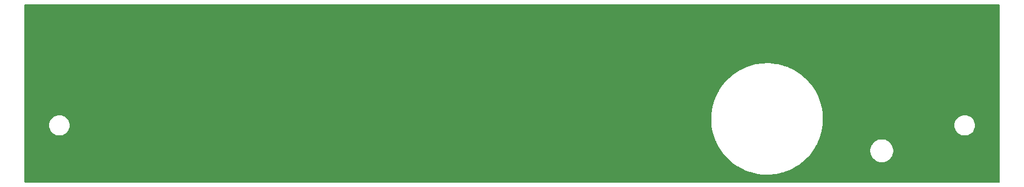
<source format=gbr>
G04 #@! TF.GenerationSoftware,KiCad,Pcbnew,7.0.7-146-g6b43bb8fe3*
G04 #@! TF.CreationDate,2023-10-06T16:17:05+01:00*
G04 #@! TF.ProjectId,A3010PoduleCarrierPlate,41333031-3050-46f6-9475-6c6543617272,01a*
G04 #@! TF.SameCoordinates,Original*
G04 #@! TF.FileFunction,Copper,L1,Top*
G04 #@! TF.FilePolarity,Positive*
%FSLAX46Y46*%
G04 Gerber Fmt 4.6, Leading zero omitted, Abs format (unit mm)*
G04 Created by KiCad (PCBNEW 7.0.7-146-g6b43bb8fe3) date 2023-10-06 16:17:05*
%MOMM*%
%LPD*%
G01*
G04 APERTURE LIST*
G04 APERTURE END LIST*
G04 #@! TA.AperFunction,NonConductor*
G36*
X223977621Y-74575502D02*
G01*
X224024114Y-74629158D01*
X224035500Y-74681500D01*
X224035500Y-102408500D01*
X224015498Y-102476621D01*
X223961842Y-102523114D01*
X223909500Y-102534500D01*
X71182500Y-102534500D01*
X71114379Y-102514498D01*
X71067886Y-102460842D01*
X71056500Y-102408500D01*
X71056500Y-93545000D01*
X74940551Y-93545000D01*
X74960317Y-93796147D01*
X75019126Y-94041109D01*
X75069349Y-94162357D01*
X75115534Y-94273859D01*
X75224742Y-94452070D01*
X75247165Y-94488660D01*
X75247166Y-94488662D01*
X75410775Y-94680224D01*
X75602337Y-94843833D01*
X75602341Y-94843836D01*
X75817141Y-94975466D01*
X76049889Y-95071873D01*
X76294852Y-95130683D01*
X76447155Y-95142669D01*
X76483115Y-95145500D01*
X76483118Y-95145500D01*
X76608885Y-95145500D01*
X76642692Y-95142839D01*
X76797148Y-95130683D01*
X77042111Y-95071873D01*
X77274859Y-94975466D01*
X77489659Y-94843836D01*
X77681224Y-94680224D01*
X77844836Y-94488659D01*
X77976466Y-94273859D01*
X78072873Y-94041111D01*
X78131683Y-93796148D01*
X78151449Y-93545000D01*
X78131683Y-93293852D01*
X78072873Y-93048889D01*
X77976466Y-92816141D01*
X77844836Y-92601341D01*
X77844833Y-92601337D01*
X77681224Y-92409775D01*
X77666412Y-92397124D01*
X178791754Y-92397124D01*
X178801743Y-92988459D01*
X178851629Y-93577769D01*
X178941187Y-94162368D01*
X179014006Y-94488659D01*
X179070006Y-94739587D01*
X179237497Y-95306787D01*
X179442898Y-95861391D01*
X179442899Y-95861391D01*
X179442901Y-95861397D01*
X179468448Y-95918258D01*
X179685275Y-96400867D01*
X179685276Y-96400867D01*
X179685277Y-96400869D01*
X179943589Y-96885367D01*
X179963520Y-96922749D01*
X180276359Y-97424654D01*
X180622367Y-97904291D01*
X180999967Y-98359477D01*
X181206972Y-98577246D01*
X181407433Y-98788131D01*
X181407434Y-98788132D01*
X181629175Y-98991896D01*
X181842911Y-99188303D01*
X182304410Y-99558161D01*
X182789825Y-99896020D01*
X183050521Y-100052462D01*
X183296942Y-100200338D01*
X183296943Y-100200338D01*
X183823445Y-100469726D01*
X184096443Y-100586878D01*
X184366940Y-100702958D01*
X184816511Y-100860877D01*
X184924928Y-100898961D01*
X184924930Y-100898961D01*
X184924940Y-100898965D01*
X185227282Y-100982720D01*
X185494881Y-101056851D01*
X185890558Y-101138165D01*
X186074197Y-101175904D01*
X186074198Y-101175904D01*
X186261876Y-101201418D01*
X186660221Y-101255573D01*
X187250291Y-101295500D01*
X187250294Y-101295500D01*
X187693807Y-101295500D01*
X188137087Y-101280520D01*
X188536717Y-101239881D01*
X188725466Y-101220688D01*
X188725470Y-101220687D01*
X188725473Y-101220687D01*
X188885583Y-101193383D01*
X189308464Y-101121270D01*
X189308464Y-101121271D01*
X189883434Y-100982719D01*
X190098841Y-100915133D01*
X190447725Y-100805671D01*
X190447738Y-100805666D01*
X190447739Y-100805666D01*
X190998778Y-100590932D01*
X190998775Y-100590932D01*
X190998781Y-100590931D01*
X191534082Y-100339478D01*
X191534084Y-100339476D01*
X191534090Y-100339474D01*
X192051180Y-100052466D01*
X192051181Y-100052465D01*
X192051187Y-100052462D01*
X192349018Y-99859761D01*
X192547735Y-99731191D01*
X192547735Y-99731190D01*
X192547736Y-99731190D01*
X193021463Y-99377130D01*
X193021466Y-99377128D01*
X193470206Y-98991897D01*
X193595644Y-98868560D01*
X193891920Y-98577246D01*
X194222893Y-98204632D01*
X194284675Y-98135077D01*
X194636986Y-97679929D01*
X203745500Y-97679929D01*
X203779317Y-97904291D01*
X203785720Y-97946770D01*
X203785722Y-97946782D01*
X203865258Y-98204632D01*
X203865263Y-98204644D01*
X203982350Y-98447776D01*
X203982354Y-98447783D01*
X204070621Y-98577246D01*
X204134365Y-98670741D01*
X204317915Y-98868561D01*
X204528898Y-99036815D01*
X204528901Y-99036817D01*
X204762597Y-99171741D01*
X204762601Y-99171742D01*
X204762602Y-99171743D01*
X205013805Y-99270334D01*
X205276897Y-99330383D01*
X205429595Y-99341825D01*
X205478621Y-99345500D01*
X205478624Y-99345500D01*
X205613379Y-99345500D01*
X205658730Y-99342101D01*
X205815103Y-99330383D01*
X206078195Y-99270334D01*
X206329398Y-99171743D01*
X206329400Y-99171741D01*
X206329402Y-99171741D01*
X206446250Y-99104279D01*
X206563102Y-99036815D01*
X206774085Y-98868561D01*
X206957635Y-98670741D01*
X207109651Y-98447775D01*
X207152173Y-98359477D01*
X207226734Y-98204650D01*
X207226735Y-98204646D01*
X207226738Y-98204641D01*
X207306280Y-97946772D01*
X207346500Y-97679929D01*
X207346500Y-97410071D01*
X207306280Y-97143228D01*
X207306277Y-97143217D01*
X207226741Y-96885367D01*
X207226736Y-96885355D01*
X207120213Y-96664159D01*
X207109651Y-96642226D01*
X207109648Y-96642222D01*
X207109645Y-96642216D01*
X206957639Y-96419265D01*
X206957635Y-96419259D01*
X206774085Y-96221439D01*
X206563102Y-96053185D01*
X206563097Y-96053182D01*
X206563098Y-96053182D01*
X206329402Y-95918258D01*
X206329394Y-95918255D01*
X206078193Y-95819665D01*
X205815106Y-95759617D01*
X205613379Y-95744500D01*
X205613376Y-95744500D01*
X205478624Y-95744500D01*
X205478621Y-95744500D01*
X205276893Y-95759617D01*
X205013806Y-95819665D01*
X204762605Y-95918255D01*
X204762597Y-95918258D01*
X204528901Y-96053182D01*
X204317914Y-96221439D01*
X204134364Y-96419260D01*
X204134360Y-96419265D01*
X203982350Y-96642222D01*
X203982345Y-96642230D01*
X203865265Y-96885349D01*
X203865258Y-96885367D01*
X203785722Y-97143217D01*
X203785720Y-97143226D01*
X203785720Y-97143228D01*
X203745500Y-97410071D01*
X203745500Y-97679929D01*
X194636986Y-97679929D01*
X194646687Y-97667396D01*
X194646686Y-97667396D01*
X194646688Y-97667394D01*
X194976301Y-97176342D01*
X195272010Y-96664158D01*
X195392139Y-96419259D01*
X195532464Y-96133187D01*
X195756484Y-95585830D01*
X195756484Y-95585831D01*
X195943037Y-95024609D01*
X195943036Y-95024610D01*
X195943038Y-95024604D01*
X196091279Y-94452066D01*
X196168522Y-94041111D01*
X196200528Y-93870834D01*
X196209400Y-93796147D01*
X196239233Y-93545000D01*
X216940551Y-93545000D01*
X216960317Y-93796147D01*
X217019126Y-94041109D01*
X217069349Y-94162357D01*
X217115534Y-94273859D01*
X217224742Y-94452070D01*
X217247165Y-94488660D01*
X217247166Y-94488662D01*
X217410775Y-94680224D01*
X217602337Y-94843833D01*
X217602341Y-94843836D01*
X217817141Y-94975466D01*
X218049889Y-95071873D01*
X218294852Y-95130683D01*
X218447155Y-95142669D01*
X218483115Y-95145500D01*
X218483118Y-95145500D01*
X218608885Y-95145500D01*
X218642692Y-95142839D01*
X218797148Y-95130683D01*
X219042111Y-95071873D01*
X219274859Y-94975466D01*
X219489659Y-94843836D01*
X219681224Y-94680224D01*
X219844836Y-94488659D01*
X219976466Y-94273859D01*
X220072873Y-94041111D01*
X220131683Y-93796148D01*
X220151449Y-93545000D01*
X220131683Y-93293852D01*
X220072873Y-93048889D01*
X219976466Y-92816141D01*
X219844836Y-92601341D01*
X219844833Y-92601337D01*
X219681224Y-92409775D01*
X219489662Y-92246166D01*
X219489660Y-92246165D01*
X219489659Y-92246164D01*
X219274859Y-92114534D01*
X219243506Y-92101547D01*
X219042109Y-92018126D01*
X218874536Y-91977896D01*
X218797148Y-91959317D01*
X218750081Y-91955612D01*
X218608885Y-91944500D01*
X218608882Y-91944500D01*
X218483118Y-91944500D01*
X218483115Y-91944500D01*
X218294852Y-91959317D01*
X218049890Y-92018126D01*
X217817142Y-92114533D01*
X217602339Y-92246165D01*
X217602337Y-92246166D01*
X217410775Y-92409775D01*
X217247166Y-92601337D01*
X217247165Y-92601339D01*
X217115533Y-92816142D01*
X217019126Y-93048890D01*
X216960317Y-93293852D01*
X216940551Y-93545000D01*
X196239233Y-93545000D01*
X196270291Y-93283535D01*
X196300246Y-92692876D01*
X196290257Y-92101541D01*
X196240371Y-91512231D01*
X196150813Y-90927632D01*
X196021994Y-90350413D01*
X195937830Y-90065396D01*
X195854503Y-89783213D01*
X195649102Y-89228609D01*
X195649101Y-89228609D01*
X195649099Y-89228603D01*
X195555273Y-89019768D01*
X195406725Y-88689133D01*
X195406724Y-88689133D01*
X195406723Y-88689131D01*
X195128481Y-88167252D01*
X194815642Y-87665348D01*
X194815641Y-87665346D01*
X194815641Y-87665347D01*
X194815640Y-87665346D01*
X194469633Y-87185709D01*
X194092033Y-86730523D01*
X193684565Y-86301867D01*
X193466827Y-86101782D01*
X193249088Y-85901696D01*
X193013478Y-85712872D01*
X192787590Y-85531839D01*
X192302175Y-85193980D01*
X191997953Y-85011418D01*
X191795058Y-84889662D01*
X191795057Y-84889662D01*
X191268555Y-84620274D01*
X190986111Y-84499068D01*
X190725060Y-84387042D01*
X190275488Y-84229122D01*
X190167072Y-84191039D01*
X190167069Y-84191038D01*
X190167060Y-84191035D01*
X189823715Y-84095921D01*
X189597119Y-84033149D01*
X189201441Y-83951834D01*
X189017803Y-83914096D01*
X189017802Y-83914096D01*
X188830124Y-83888581D01*
X188431779Y-83834427D01*
X187841709Y-83794500D01*
X187398193Y-83794500D01*
X186954913Y-83809480D01*
X186555282Y-83850118D01*
X186366534Y-83869312D01*
X186366529Y-83869312D01*
X186366527Y-83869313D01*
X186206416Y-83896616D01*
X185783535Y-83968729D01*
X185783536Y-83968729D01*
X185208566Y-84107281D01*
X184993158Y-84174866D01*
X184644275Y-84284329D01*
X184644262Y-84284334D01*
X184644261Y-84284334D01*
X184242351Y-84440953D01*
X184093219Y-84499069D01*
X183557918Y-84750522D01*
X183557915Y-84750523D01*
X183557910Y-84750526D01*
X183307235Y-84889662D01*
X183040813Y-85037538D01*
X182799021Y-85193980D01*
X182544265Y-85358809D01*
X182544264Y-85358810D01*
X182312755Y-85531838D01*
X182070534Y-85712872D01*
X181621794Y-86098103D01*
X181200083Y-86512750D01*
X180807325Y-86954923D01*
X180445313Y-87422604D01*
X180445314Y-87422604D01*
X180445312Y-87422606D01*
X180115699Y-87913658D01*
X179969288Y-88167251D01*
X179819991Y-88425841D01*
X179819990Y-88425842D01*
X179559536Y-88956813D01*
X179335517Y-89504169D01*
X179335516Y-89504170D01*
X179335516Y-89504169D01*
X179148963Y-90065391D01*
X179148964Y-90065390D01*
X179000722Y-90637930D01*
X178891472Y-91219166D01*
X178891471Y-91219175D01*
X178821709Y-91806465D01*
X178791754Y-92397124D01*
X77666412Y-92397124D01*
X77489662Y-92246166D01*
X77489660Y-92246165D01*
X77489659Y-92246164D01*
X77274859Y-92114534D01*
X77243506Y-92101547D01*
X77042109Y-92018126D01*
X76874536Y-91977896D01*
X76797148Y-91959317D01*
X76750081Y-91955612D01*
X76608885Y-91944500D01*
X76608882Y-91944500D01*
X76483118Y-91944500D01*
X76483115Y-91944500D01*
X76294852Y-91959317D01*
X76049890Y-92018126D01*
X75817142Y-92114533D01*
X75602339Y-92246165D01*
X75602337Y-92246166D01*
X75410775Y-92409775D01*
X75247166Y-92601337D01*
X75247165Y-92601339D01*
X75115533Y-92816142D01*
X75019126Y-93048890D01*
X74960317Y-93293852D01*
X74940551Y-93545000D01*
X71056500Y-93545000D01*
X71056500Y-74681500D01*
X71076502Y-74613379D01*
X71130158Y-74566886D01*
X71182500Y-74555500D01*
X223909500Y-74555500D01*
X223977621Y-74575502D01*
G37*
G04 #@! TD.AperFunction*
M02*

</source>
